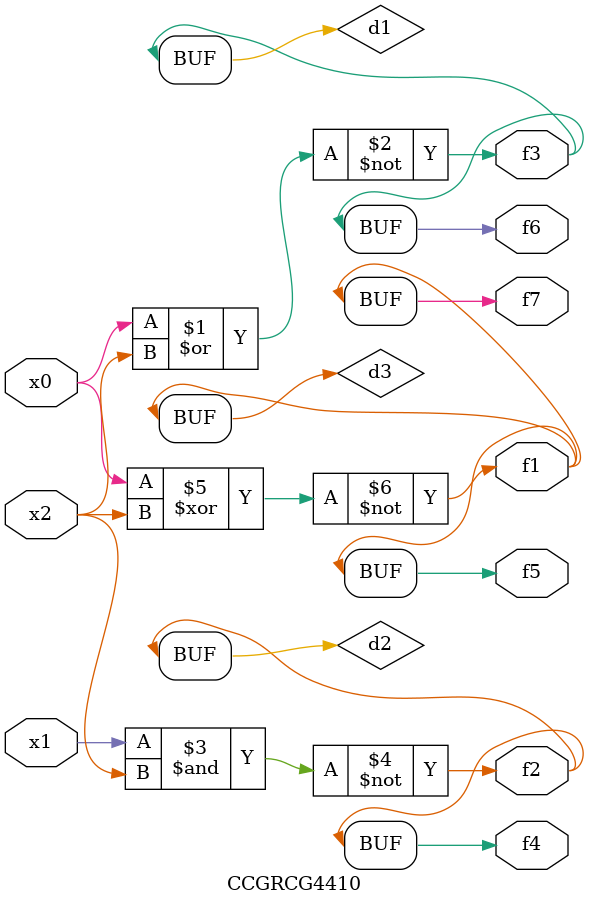
<source format=v>
module CCGRCG4410(
	input x0, x1, x2,
	output f1, f2, f3, f4, f5, f6, f7
);

	wire d1, d2, d3;

	nor (d1, x0, x2);
	nand (d2, x1, x2);
	xnor (d3, x0, x2);
	assign f1 = d3;
	assign f2 = d2;
	assign f3 = d1;
	assign f4 = d2;
	assign f5 = d3;
	assign f6 = d1;
	assign f7 = d3;
endmodule

</source>
